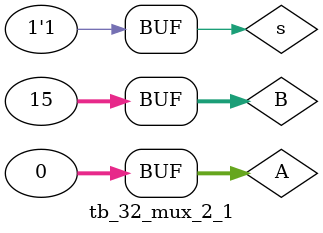
<source format=v>
module tb_32_mux_2_1();

	reg[31:0] A,B;
	wire[31:0] res;
	reg s;
	mux_32_2_1 mx(A,B,s,res);
	initial begin
		A = 32'b0000;
		B = 32'b1111;
		s = 1'b1;
		#100;
		$monitor("%32b",res);
	
	end

endmodule
</source>
